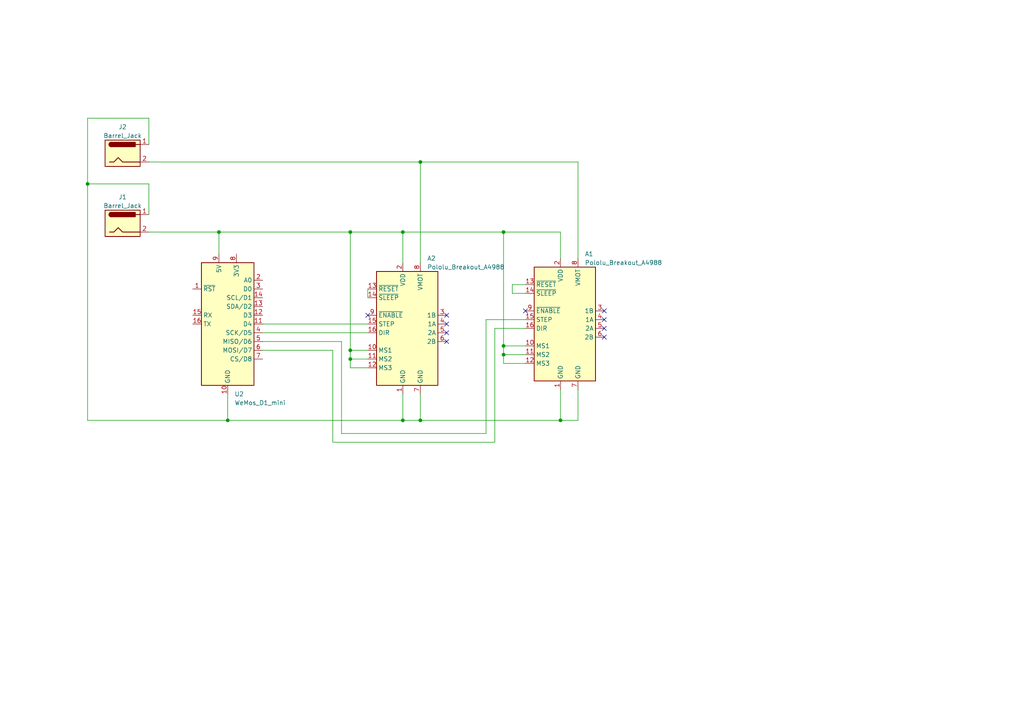
<source format=kicad_sch>
(kicad_sch (version 20230121) (generator eeschema)
  (paper "A4")
  (lib_symbols
    (symbol "Connector:Barrel_Jack" (pin_names (offset 1.016))
      (property "Reference" "J" (at 0 5.334 0))
      (property "Value" "Barrel_Jack" (at 0 -5.08 0))
      (symbol "Barrel_Jack_0_1"
        (rectangle (start -5.08 3.81) (end 5.08 -3.81) (stroke (width 0.254)) (fill (type background)))
        (arc (start -3.302 3.175) (mid -3.9343 2.54) (end -3.302 1.905) (stroke (width 0.254)))
        (arc (start -3.302 3.175) (mid -3.9343 2.54) (end -3.302 1.905) (stroke (width 0.254)) (fill (type outline)))
        (polyline (pts (xy 5.08 2.54) (xy 3.81 2.54)) (stroke (width 0.254)))
        (polyline (pts (xy -3.81 -2.54) (xy -2.54 -2.54) (xy -1.27 -1.27) (xy 0 -2.54) (xy 2.54 -2.54) (xy 5.08 -2.54)) (stroke (width 0.254)))
        (rectangle (start 3.683 3.175) (end -3.302 1.905) (stroke (width 0.254)) (fill (type outline)))
      )
      (symbol "Barrel_Jack_1_1"
        (pin passive line (at 7.62 2.54 180) (length 2.54) (name "~") (number "1"))
        (pin passive line (at 7.62 -2.54 180) (length 2.54) (name "~") (number "2"))
      )
    )
    (symbol "Driver_Motor:Pololu_Breakout_A4988"
      (property "Reference" "A" (at -2.54 19.05 0))
      (property "Value" "Pololu_Breakout_A4988" (at -2.54 16.51 0))
      (symbol "Pololu_Breakout_A4988_0_1"
        (rectangle (start 10.16 -17.78) (end -7.62 15.24) (stroke (width 0.254)) (fill (type background)))
      )
      (symbol "Pololu_Breakout_A4988_1_1"
        (pin power_in line (at 0 -20.32 90) (length 2.54) (name "GND") (number "1"))
        (pin input line (at -10.16 -7.62 0) (length 2.54) (name "MS1") (number "10"))
        (pin input line (at -10.16 -10.16 0) (length 2.54) (name "MS2") (number "11"))
        (pin input line (at -10.16 -12.7 0) (length 2.54) (name "MS3") (number "12"))
        (pin input line (at -10.16 10.16 0) (length 2.54) (name "~{RESET}") (number "13"))
        (pin input line (at -10.16 7.62 0) (length 2.54) (name "~{SLEEP}") (number "14"))
        (pin input line (at -10.16 0 0) (length 2.54) (name "STEP") (number "15"))
        (pin input line (at -10.16 -2.54 0) (length 2.54) (name "DIR") (number "16"))
        (pin power_in line (at 0 17.78 270) (length 2.54) (name "VDD") (number "2"))
        (pin output line (at 12.7 2.54 180) (length 2.54) (name "1B") (number "3"))
        (pin output line (at 12.7 0 180) (length 2.54) (name "1A") (number "4"))
        (pin output line (at 12.7 -2.54 180) (length 2.54) (name "2A") (number "5"))
        (pin output line (at 12.7 -5.08 180) (length 2.54) (name "2B") (number "6"))
        (pin power_in line (at 5.08 -20.32 90) (length 2.54) (name "GND") (number "7"))
        (pin power_in line (at 5.08 17.78 270) (length 2.54) (name "VMOT") (number "8"))
        (pin input line (at -10.16 2.54 0) (length 2.54) (name "~{ENABLE}") (number "9"))
      )
    )
    (symbol "MCU_Module:WeMos_D1_mini"
      (property "Reference" "U" (at 3.81 19.05 0))
      (property "Value" "WeMos_D1_mini" (at 1.27 -19.05 0))
      (symbol "WeMos_D1_mini_1_1"
        (rectangle (start -7.62 17.78) (end 7.62 -17.78) (stroke (width 0.254)) (fill (type background)))
        (pin input line (at -10.16 10.16 0) (length 2.54) (name "~{RST}") (number "1"))
        (pin power_in line (at 0 -20.32 90) (length 2.54) (name "GND") (number "10"))
        (pin bidirectional line (at 10.16 0 180) (length 2.54) (name "D4") (number "11"))
        (pin bidirectional line (at 10.16 2.54 180) (length 2.54) (name "D3") (number "12"))
        (pin bidirectional line (at 10.16 5.08 180) (length 2.54) (name "SDA/D2") (number "13"))
        (pin bidirectional line (at 10.16 7.62 180) (length 2.54) (name "SCL/D1") (number "14"))
        (pin input line (at -10.16 2.54 0) (length 2.54) (name "RX") (number "15"))
        (pin output line (at -10.16 0 0) (length 2.54) (name "TX") (number "16"))
        (pin input line (at 10.16 12.7 180) (length 2.54) (name "A0") (number "2"))
        (pin bidirectional line (at 10.16 10.16 180) (length 2.54) (name "D0") (number "3"))
        (pin bidirectional line (at 10.16 -2.54 180) (length 2.54) (name "SCK/D5") (number "4"))
        (pin bidirectional line (at 10.16 -5.08 180) (length 2.54) (name "MISO/D6") (number "5"))
        (pin bidirectional line (at 10.16 -7.62 180) (length 2.54) (name "MOSI/D7") (number "6"))
        (pin bidirectional line (at 10.16 -10.16 180) (length 2.54) (name "CS/D8") (number "7"))
        (pin power_out line (at 2.54 20.32 270) (length 2.54) (name "3V3") (number "8"))
        (pin power_in line (at -2.54 20.32 270) (length 2.54) (name "5V") (number "9"))
      )
    )
  )
  (junction (at 63.5 67.31))
  (junction (at 25.4 53.34))
  (junction (at 116.84 121.92))
  (junction (at 146.05 67.31))
  (junction (at 101.6 101.6))
  (junction (at 101.6 104.14))
  (junction (at 162.56 121.92))
  (junction (at 116.84 67.31))
  (junction (at 121.92 46.99))
  (junction (at 146.05 100.33))
  (junction (at 146.05 102.87))
  (junction (at 101.6 67.31))
  (junction (at 121.92 121.92))
  (junction (at 66.04 121.92))
  (no_connect (at 175.26 90.17))
  (no_connect (at 129.54 99.06))
  (no_connect (at 175.26 97.79))
  (no_connect (at 175.26 92.71))
  (no_connect (at 129.54 91.44))
  (no_connect (at 106.68 91.44))
  (no_connect (at 152.4 90.17))
  (no_connect (at 175.26 95.25))
  (no_connect (at 129.54 93.98))
  (no_connect (at 129.54 96.52))
  (wire (pts (xy 146.05 100.33) (xy 146.05 102.87)))
  (wire (pts (xy 43.18 53.34) (xy 25.4 53.34)))
  (wire (pts (xy 121.92 114.3) (xy 121.92 121.92)))
  (wire (pts (xy 146.05 67.31) (xy 116.84 67.31)))
  (wire (pts (xy 66.04 121.92) (xy 116.84 121.92)))
  (wire (pts (xy 152.4 105.41) (xy 146.05 105.41)))
  (wire (pts (xy 63.5 67.31) (xy 101.6 67.31)))
  (wire (pts (xy 43.18 67.31) (xy 63.5 67.31)))
  (wire (pts (xy 76.2 101.6) (xy 96.52 101.6)))
  (wire (pts (xy 101.6 104.14) (xy 101.6 106.68)))
  (wire (pts (xy 143.51 128.27) (xy 143.51 95.25)))
  (wire (pts (xy 76.2 96.52) (xy 106.68 96.52)))
  (wire (pts (xy 101.6 67.31) (xy 101.6 101.6)))
  (wire (pts (xy 101.6 101.6) (xy 101.6 104.14)))
  (wire (pts (xy 162.56 121.92) (xy 167.64 121.92)))
  (wire (pts (xy 43.18 34.29) (xy 43.18 41.91)))
  (wire (pts (xy 43.18 34.29) (xy 25.4 34.29)))
  (wire (pts (xy 140.97 92.71) (xy 152.4 92.71)))
  (wire (pts (xy 140.97 125.73) (xy 140.97 92.71)))
  (wire (pts (xy 25.4 121.92) (xy 66.04 121.92)))
  (wire (pts (xy 162.56 74.93) (xy 162.56 67.31)))
  (wire (pts (xy 146.05 100.33) (xy 152.4 100.33)))
  (wire (pts (xy 25.4 53.34) (xy 25.4 121.92)))
  (wire (pts (xy 148.59 85.09) (xy 148.59 82.55)))
  (wire (pts (xy 143.51 95.25) (xy 152.4 95.25)))
  (wire (pts (xy 116.84 114.3) (xy 116.84 121.92)))
  (wire (pts (xy 146.05 102.87) (xy 146.05 105.41)))
  (wire (pts (xy 167.64 113.03) (xy 167.64 121.92)))
  (wire (pts (xy 101.6 101.6) (xy 106.68 101.6)))
  (wire (pts (xy 101.6 104.14) (xy 106.68 104.14)))
  (wire (pts (xy 148.59 82.55) (xy 152.4 82.55)))
  (wire (pts (xy 116.84 121.92) (xy 121.92 121.92)))
  (wire (pts (xy 162.56 67.31) (xy 146.05 67.31)))
  (wire (pts (xy 99.06 125.73) (xy 140.97 125.73)))
  (wire (pts (xy 121.92 121.92) (xy 162.56 121.92)))
  (wire (pts (xy 99.06 99.06) (xy 99.06 125.73)))
  (wire (pts (xy 162.56 113.03) (xy 162.56 121.92)))
  (wire (pts (xy 101.6 106.68) (xy 106.68 106.68)))
  (wire (pts (xy 167.64 74.93) (xy 167.64 46.99)))
  (wire (pts (xy 76.2 93.98) (xy 106.68 93.98)))
  (wire (pts (xy 96.52 128.27) (xy 143.51 128.27)))
  (wire (pts (xy 116.84 76.2) (xy 116.84 67.31)))
  (wire (pts (xy 152.4 85.09) (xy 148.59 85.09)))
  (wire (pts (xy 76.2 99.06) (xy 99.06 99.06)))
  (wire (pts (xy 66.04 114.3) (xy 66.04 121.92)))
  (wire (pts (xy 96.52 101.6) (xy 96.52 128.27)))
  (wire (pts (xy 43.18 46.99) (xy 121.92 46.99)))
  (wire (pts (xy 116.84 67.31) (xy 101.6 67.31)))
  (wire (pts (xy 146.05 102.87) (xy 152.4 102.87)))
  (wire (pts (xy 146.05 100.33) (xy 146.05 67.31)))
  (wire (pts (xy 43.18 62.23) (xy 43.18 53.34)))
  (wire (pts (xy 106.68 83.82) (xy 106.68 86.36)))
  (wire (pts (xy 167.64 46.99) (xy 121.92 46.99)))
  (wire (pts (xy 121.92 46.99) (xy 121.92 76.2)))
  (wire (pts (xy 63.5 67.31) (xy 63.5 73.66)))
  (wire (pts (xy 25.4 34.29) (xy 25.4 53.34)))
  (symbol (lib_id "Connector:Barrel_Jack") (at 35.56 64.77 0) (unit 1)
    (property "Reference" "J1" (at 35.56 57.15 0))
    (property "Value" "Barrel_Jack" (at 35.56 59.69 0))
    (property "Footprint" "Connector_BarrelJack:BarrelJack_SwitchcraftConxall_RAPC10U_Horizontal" (effects hide))
  )
  (symbol (lib_id "MCU_Module:WeMos_D1_mini") (at 66.04 93.98 0) (unit 1)
    (property "Reference" "U2" (at 67.9959 114.3 0) (effects (justify left)))
    (property "Value" "WeMos_D1_mini" (at 67.9959 116.84 0) (effects (justify left)))
    (property "Footprint" "Module:WEMOS_D1_mini_light" (effects hide))
    (property "Datasheet" "https://wiki.wemos.cc/products:d1:d1_mini#documentation" (effects hide))
  )
  (symbol (lib_id "Connector:Barrel_Jack") (at 35.56 44.45 0) (unit 1)
    (property "Reference" "J2" (at 35.56 36.83 0))
    (property "Value" "Barrel_Jack" (at 35.56 39.37 0))
    (property "Footprint" "Connector_BarrelJack:BarrelJack_SwitchcraftConxall_RAPC10U_Horizontal" (effects hide))
  )
  (symbol (lib_id "Driver_Motor:Pololu_Breakout_A4988") (at 162.56 92.71 0) (unit 1)
    (property "Reference" "A1" (at 169.5959 73.66 0) (effects (justify left)))
    (property "Value" "Pololu_Breakout_A4988" (at 169.5959 76.2 0) (effects (justify left)))
    (property "Footprint" "Module:Pololu_Breakout-16_15.2x20.3mm" (effects hide))
    (property "Datasheet" "https://www.pololu.com/product/2980/pictures" (effects hide))
  )
  (symbol (lib_id "Driver_Motor:Pololu_Breakout_A4988") (at 116.84 93.98 0) (unit 1)
    (property "Reference" "A2" (at 123.8759 74.93 0) (effects (justify left)))
    (property "Value" "Pololu_Breakout_A4988" (at 123.8759 77.47 0) (effects (justify left)))
    (property "Footprint" "Module:Pololu_Breakout-16_15.2x20.3mm" (effects hide))
    (property "Datasheet" "https://www.pololu.com/product/2980/pictures" (effects hide))
  )
)
</source>
